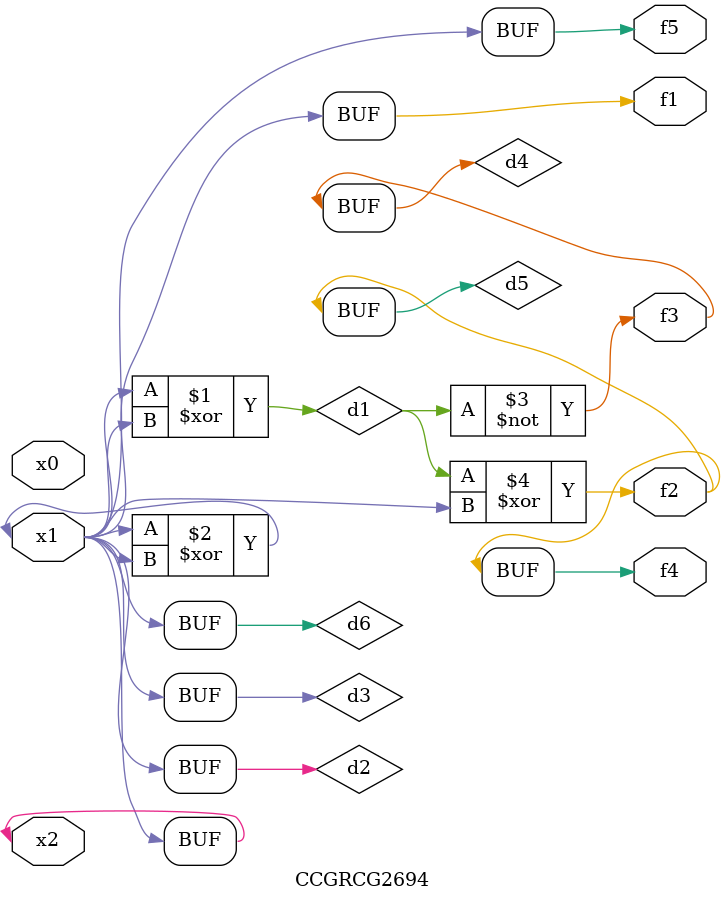
<source format=v>
module CCGRCG2694(
	input x0, x1, x2,
	output f1, f2, f3, f4, f5
);

	wire d1, d2, d3, d4, d5, d6;

	xor (d1, x1, x2);
	buf (d2, x1, x2);
	xor (d3, x1, x2);
	nor (d4, d1);
	xor (d5, d1, d2);
	buf (d6, d2, d3);
	assign f1 = d6;
	assign f2 = d5;
	assign f3 = d4;
	assign f4 = d5;
	assign f5 = d6;
endmodule

</source>
